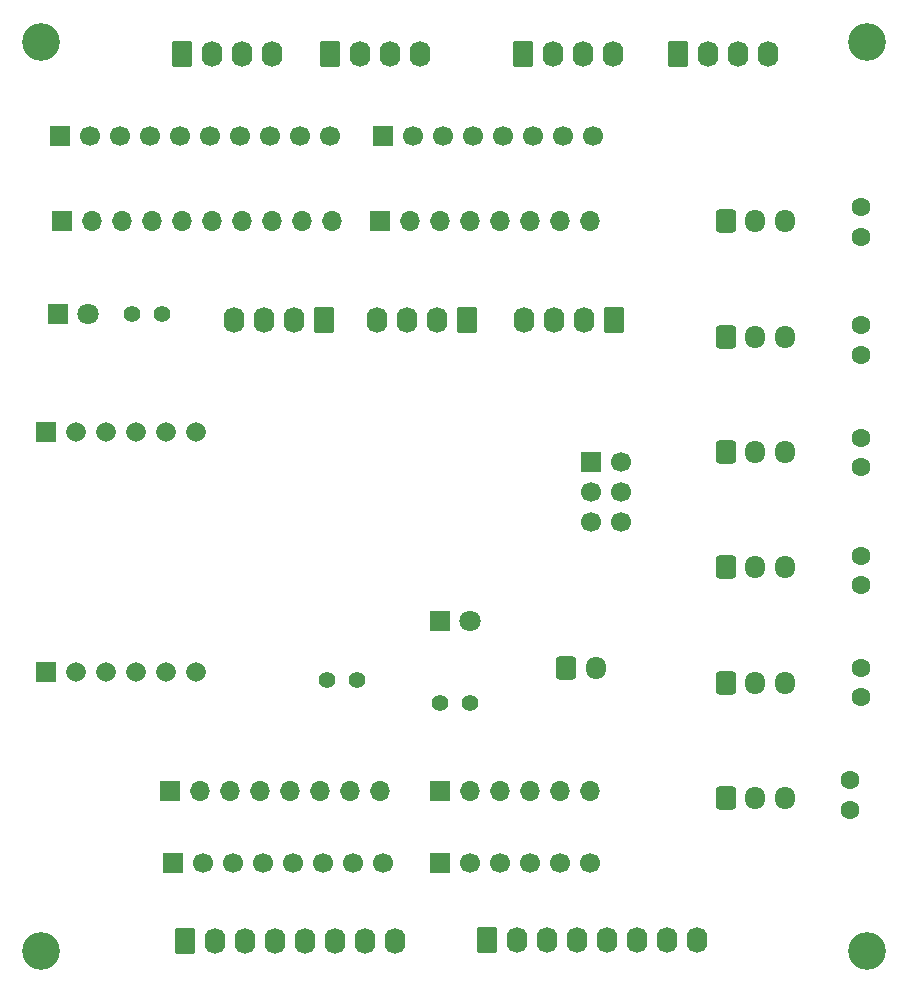
<source format=gbr>
%TF.GenerationSoftware,KiCad,Pcbnew,9.0.4*%
%TF.CreationDate,2025-10-04T10:08:01+10:00*%
%TF.ProjectId,Jet Ranger Test,4a657420-5261-46e6-9765-722054657374,rev?*%
%TF.SameCoordinates,Original*%
%TF.FileFunction,Soldermask,Top*%
%TF.FilePolarity,Negative*%
%FSLAX46Y46*%
G04 Gerber Fmt 4.6, Leading zero omitted, Abs format (unit mm)*
G04 Created by KiCad (PCBNEW 9.0.4) date 2025-10-04 10:08:01*
%MOMM*%
%LPD*%
G01*
G04 APERTURE LIST*
G04 Aperture macros list*
%AMRoundRect*
0 Rectangle with rounded corners*
0 $1 Rounding radius*
0 $2 $3 $4 $5 $6 $7 $8 $9 X,Y pos of 4 corners*
0 Add a 4 corners polygon primitive as box body*
4,1,4,$2,$3,$4,$5,$6,$7,$8,$9,$2,$3,0*
0 Add four circle primitives for the rounded corners*
1,1,$1+$1,$2,$3*
1,1,$1+$1,$4,$5*
1,1,$1+$1,$6,$7*
1,1,$1+$1,$8,$9*
0 Add four rect primitives between the rounded corners*
20,1,$1+$1,$2,$3,$4,$5,0*
20,1,$1+$1,$4,$5,$6,$7,0*
20,1,$1+$1,$6,$7,$8,$9,0*
20,1,$1+$1,$8,$9,$2,$3,0*%
G04 Aperture macros list end*
%ADD10R,1.700000X1.700000*%
%ADD11O,1.700000X1.700000*%
%ADD12C,1.600000*%
%ADD13RoundRect,0.250000X-0.600000X-0.725000X0.600000X-0.725000X0.600000X0.725000X-0.600000X0.725000X0*%
%ADD14O,1.700000X1.950000*%
%ADD15RoundRect,0.250000X-0.620000X-0.845000X0.620000X-0.845000X0.620000X0.845000X-0.620000X0.845000X0*%
%ADD16O,1.740000X2.190000*%
%ADD17C,1.700000*%
%ADD18C,1.400000*%
%ADD19C,3.200000*%
%ADD20RoundRect,0.250000X0.620000X0.845000X-0.620000X0.845000X-0.620000X-0.845000X0.620000X-0.845000X0*%
%ADD21R,1.800000X1.800000*%
%ADD22C,1.800000*%
%ADD23R,1.665000X1.665000*%
%ADD24C,1.665000*%
G04 APERTURE END LIST*
D10*
%TO.C,J1*%
X127940000Y-97460000D03*
D11*
X130480000Y-97460000D03*
X133020000Y-97460000D03*
X135560000Y-97460000D03*
X138100000Y-97460000D03*
X140640000Y-97460000D03*
X143180000Y-97460000D03*
X145720000Y-97460000D03*
%TD*%
D10*
%TO.C,J3*%
X150800000Y-97460000D03*
D11*
X153340000Y-97460000D03*
X155880000Y-97460000D03*
X158420000Y-97460000D03*
X160960000Y-97460000D03*
X163500000Y-97460000D03*
%TD*%
D10*
%TO.C,J2*%
X118796000Y-49200000D03*
D11*
X121336000Y-49200000D03*
X123876000Y-49200000D03*
X126416000Y-49200000D03*
X128956000Y-49200000D03*
X131496000Y-49200000D03*
X134036000Y-49200000D03*
X136576000Y-49200000D03*
X139116000Y-49200000D03*
X141656000Y-49200000D03*
%TD*%
D10*
%TO.C,J4*%
X145720000Y-49200000D03*
D11*
X148260000Y-49200000D03*
X150800000Y-49200000D03*
X153340000Y-49200000D03*
X155880000Y-49200000D03*
X158420000Y-49200000D03*
X160960000Y-49200000D03*
X163500000Y-49200000D03*
%TD*%
D12*
%TO.C,C1*%
X186500000Y-60500000D03*
X186500000Y-58000000D03*
%TD*%
%TO.C,C4*%
X186500000Y-80000000D03*
X186500000Y-77500000D03*
%TD*%
D13*
%TO.C,J10*%
X175000000Y-88240000D03*
D14*
X177500000Y-88240000D03*
X180000000Y-88240000D03*
%TD*%
D15*
%TO.C,J21*%
X157880000Y-35000000D03*
D16*
X160420000Y-35000000D03*
X162960000Y-35000000D03*
X165500000Y-35000000D03*
%TD*%
D12*
%TO.C,C2*%
X186500000Y-50500000D03*
X186500000Y-48000000D03*
%TD*%
D15*
%TO.C,J20*%
X171000000Y-35000000D03*
D16*
X173540000Y-35000000D03*
X176080000Y-35000000D03*
X178620000Y-35000000D03*
%TD*%
D10*
%TO.C,J16*%
X150800000Y-103500000D03*
D17*
X153340000Y-103500000D03*
X155880000Y-103500000D03*
X158420000Y-103500000D03*
X160960000Y-103500000D03*
X163500000Y-103500000D03*
%TD*%
D15*
%TO.C,J22*%
X128960000Y-35000000D03*
D16*
X131500000Y-35000000D03*
X134040000Y-35000000D03*
X136580000Y-35000000D03*
%TD*%
D18*
%TO.C,R2*%
X150800000Y-90000000D03*
X153340000Y-90000000D03*
%TD*%
D19*
%TO.C,H2*%
X187000000Y-111000000D03*
%TD*%
D20*
%TO.C,J11*%
X153080000Y-57500000D03*
D16*
X150540000Y-57500000D03*
X148000000Y-57500000D03*
X145460000Y-57500000D03*
%TD*%
D13*
%TO.C,J8*%
X175000000Y-68720000D03*
D14*
X177500000Y-68720000D03*
X180000000Y-68720000D03*
%TD*%
D21*
%TO.C,D2*%
X150800000Y-83000000D03*
D22*
X153340000Y-83000000D03*
%TD*%
D13*
%TO.C,J18*%
X175000000Y-98000000D03*
D14*
X177500000Y-98000000D03*
X180000000Y-98000000D03*
%TD*%
D18*
%TO.C,R25*%
X141280000Y-88000000D03*
X143820000Y-88000000D03*
%TD*%
D19*
%TO.C,H4*%
X187000000Y-34000000D03*
%TD*%
D13*
%TO.C,J6*%
X175000000Y-58960000D03*
D14*
X177500000Y-58960000D03*
X180000000Y-58960000D03*
%TD*%
D10*
%TO.C,J5*%
X163624700Y-69552200D03*
D17*
X166164700Y-69552200D03*
X163624700Y-72092200D03*
X166164700Y-72092200D03*
X163624700Y-74632200D03*
X166164700Y-74632200D03*
%TD*%
D13*
%TO.C,J9*%
X175000000Y-78480000D03*
D14*
X177500000Y-78480000D03*
X180000000Y-78480000D03*
%TD*%
D12*
%TO.C,C3*%
X186500000Y-70000000D03*
X186500000Y-67500000D03*
%TD*%
D13*
%TO.C,J13*%
X161500000Y-87000000D03*
D14*
X164000000Y-87000000D03*
%TD*%
D15*
%TO.C,J25*%
X154760000Y-110000000D03*
D16*
X157300000Y-110000000D03*
X159840000Y-110000000D03*
X162380000Y-110000000D03*
X164920000Y-110000000D03*
X167460000Y-110000000D03*
X170000000Y-110000000D03*
X172540000Y-110000000D03*
%TD*%
D15*
%TO.C,J23*%
X141500000Y-35000000D03*
D16*
X144040000Y-35000000D03*
X146580000Y-35000000D03*
X149120000Y-35000000D03*
%TD*%
D23*
%TO.C,U2*%
X117500000Y-87320000D03*
D24*
X120040000Y-87320000D03*
X122580000Y-87320000D03*
X125120000Y-87320000D03*
X127660000Y-87320000D03*
X130200000Y-87320000D03*
D23*
X117500000Y-67000000D03*
D24*
X120040000Y-67000000D03*
X122580000Y-67000000D03*
X125120000Y-67000000D03*
X127660000Y-67000000D03*
X130200000Y-67000000D03*
%TD*%
D12*
%TO.C,C5*%
X186500000Y-89500000D03*
X186500000Y-87000000D03*
%TD*%
D19*
%TO.C,H3*%
X117000000Y-111000000D03*
%TD*%
D12*
%TO.C,C6*%
X185500000Y-99000000D03*
X185500000Y-96500000D03*
%TD*%
D10*
%TO.C,J14*%
X146000000Y-42000000D03*
D17*
X148540000Y-42000000D03*
X151080000Y-42000000D03*
X153620000Y-42000000D03*
X156160000Y-42000000D03*
X158700000Y-42000000D03*
X161240000Y-42000000D03*
X163780000Y-42000000D03*
%TD*%
D13*
%TO.C,J7*%
X175000000Y-49200000D03*
D14*
X177500000Y-49200000D03*
X180000000Y-49200000D03*
%TD*%
D19*
%TO.C,H1*%
X117000000Y-34000000D03*
%TD*%
D18*
%TO.C,R1*%
X124780000Y-57000000D03*
X127320000Y-57000000D03*
%TD*%
D20*
%TO.C,J12*%
X165540000Y-57500000D03*
D16*
X163000000Y-57500000D03*
X160460000Y-57500000D03*
X157920000Y-57500000D03*
%TD*%
D20*
%TO.C,J19*%
X141000000Y-57500000D03*
D16*
X138460000Y-57500000D03*
X135920000Y-57500000D03*
X133380000Y-57500000D03*
%TD*%
D15*
%TO.C,J24*%
X129220000Y-110150000D03*
D16*
X131760000Y-110150000D03*
X134300000Y-110150000D03*
X136840000Y-110150000D03*
X139380000Y-110150000D03*
X141920000Y-110150000D03*
X144460000Y-110150000D03*
X147000000Y-110150000D03*
%TD*%
D21*
%TO.C,D1*%
X118500000Y-57000000D03*
D22*
X121040000Y-57000000D03*
%TD*%
D10*
%TO.C,J15*%
X118640000Y-42000000D03*
D17*
X121180000Y-42000000D03*
X123720000Y-42000000D03*
X126260000Y-42000000D03*
X128800000Y-42000000D03*
X131340000Y-42000000D03*
X133880000Y-42000000D03*
X136420000Y-42000000D03*
X138960000Y-42000000D03*
X141500000Y-42000000D03*
%TD*%
D10*
%TO.C,J17*%
X128220000Y-103500000D03*
D17*
X130760000Y-103500000D03*
X133300000Y-103500000D03*
X135840000Y-103500000D03*
X138380000Y-103500000D03*
X140920000Y-103500000D03*
X143460000Y-103500000D03*
X146000000Y-103500000D03*
%TD*%
M02*

</source>
